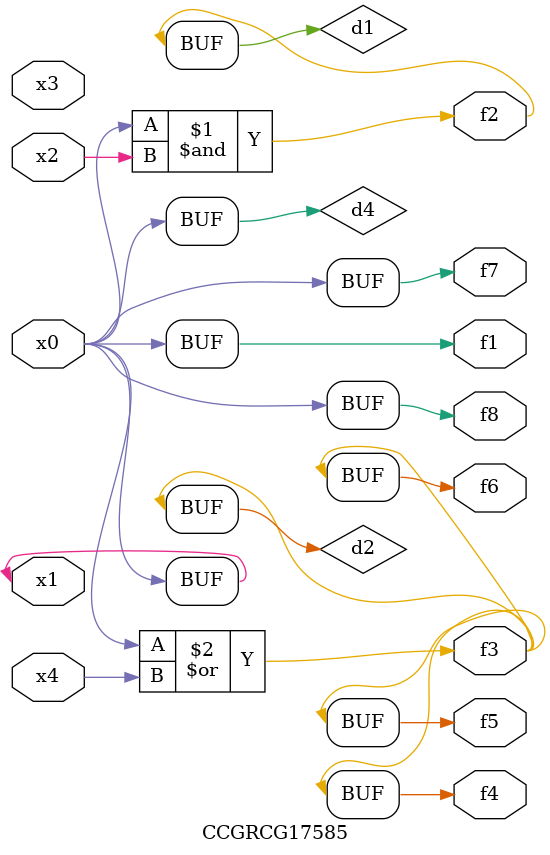
<source format=v>
module CCGRCG17585(
	input x0, x1, x2, x3, x4,
	output f1, f2, f3, f4, f5, f6, f7, f8
);

	wire d1, d2, d3, d4;

	and (d1, x0, x2);
	or (d2, x0, x4);
	nand (d3, x0, x2);
	buf (d4, x0, x1);
	assign f1 = d4;
	assign f2 = d1;
	assign f3 = d2;
	assign f4 = d2;
	assign f5 = d2;
	assign f6 = d2;
	assign f7 = d4;
	assign f8 = d4;
endmodule

</source>
